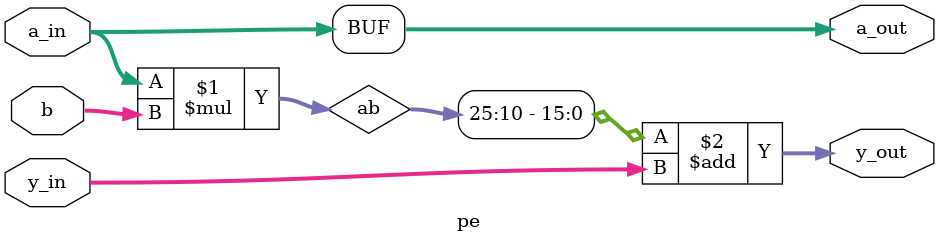
<source format=v>
`timescale 1ns / 1ps


module pe 
#(parameter WIDTH=16, 
FRAC_BIT=10)
(
    input wire [WIDTH-1:0] a_in, 
    input wire [WIDTH-1:0] b,     
    input wire [WIDTH-1:0] y_in,  
    output wire [WIDTH-1:0] a_out, 
    output wire [WIDTH-1:0] y_out 
);
    wire [WIDTH*2-1:0] ab;

assign ab=a_in*b;
    assign y_out = ab[WIDTH+FRAC_BIT-1:FRAC_BIT] + y_in;

    assign a_out = a_in;

endmodule
</source>
